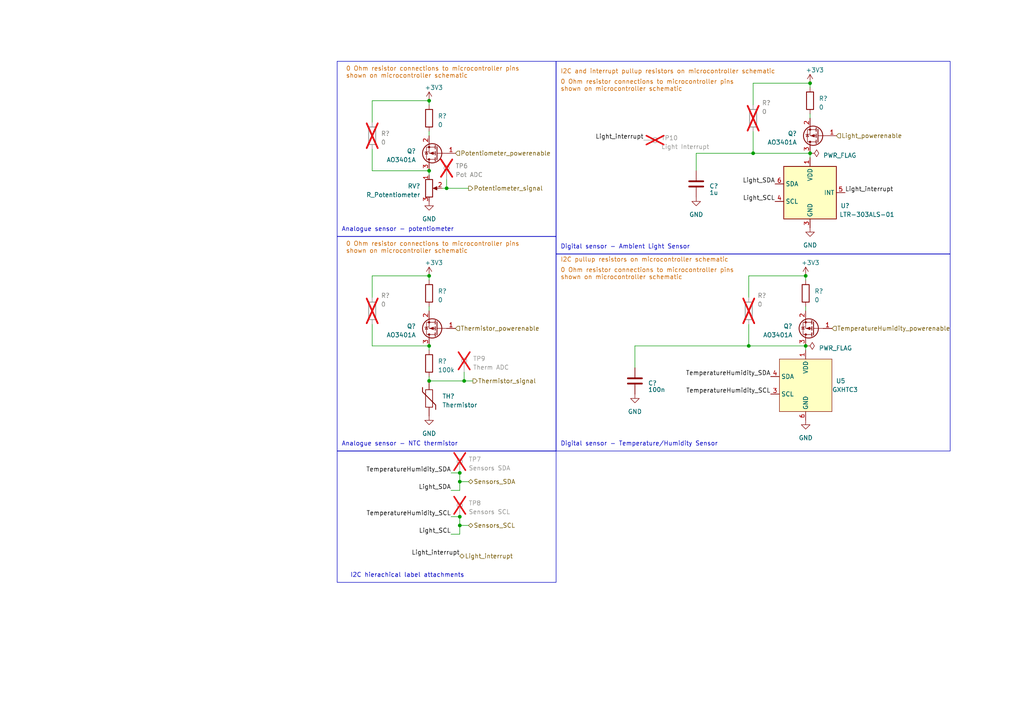
<source format=kicad_sch>
(kicad_sch (version 20230121) (generator eeschema)
  (paper "A4")
  (title_block (title "Sensors Subsystem Schematic") (date "2023-03-11") (rev "0.4") (company "UCT") (comment 1 "Author: Robert Dugmore") (comment 2 "Shows the electrical interfaces of the sensor submodules"))
  (lib_symbols
    (symbol "Connector:TestPoint" (pin_numbers hide) (pin_names (offset 0.762) hide)
      (property "Reference" "TP" (at 0 6.858 0))
      (property "Value" "TestPoint" (at 0 5.08 0))
      (symbol "TestPoint_0_1"
        (circle (center 0 3.302) (radius 0.762))
      )
      (symbol "TestPoint_1_1"
        (pin passive line (at 0 0 90) (length 2.54) (name "1") (number "1"))
      )
    )
    (symbol "Device:C" (pin_numbers hide) (pin_names (offset 0.254))
      (property "Reference" "C" (at 0.635 2.54 0))
      (property "Value" "C" (at 0.635 -2.54 0))
      (symbol "C_0_1"
        (polyline (pts (xy -2.032 -0.762) (xy 2.032 -0.762)) (stroke (width 0.508)))
        (polyline (pts (xy -2.032 0.762) (xy 2.032 0.762)) (stroke (width 0.508)))
      )
      (symbol "C_1_1"
        (pin passive line (at 0 3.81 270) (length 2.794) (name "~") (number "1"))
        (pin passive line (at 0 -3.81 90) (length 2.794) (name "~") (number "2"))
      )
    )
    (symbol "Device:R" (pin_numbers hide) (pin_names (offset 0))
      (property "Reference" "R" (at 2.032 0 90))
      (property "Value" "R" (at 0 0 90))
      (symbol "R_0_1"
        (rectangle (start -1.016 -2.54) (end 1.016 2.54) (stroke (width 0.254)))
      )
      (symbol "R_1_1"
        (pin passive line (at 0 3.81 270) (length 1.27) (name "~") (number "1"))
        (pin passive line (at 0 -3.81 90) (length 1.27) (name "~") (number "2"))
      )
    )
    (symbol "Device:R_Potentiometer" (pin_names (offset 1.016) hide)
      (property "Reference" "RV" (at -4.445 0 90))
      (property "Value" "R_Potentiometer" (at -2.54 0 90))
      (symbol "R_Potentiometer_0_1"
        (polyline (pts (xy 2.54 0) (xy 1.524 0)))
        (polyline (pts (xy 1.143 0) (xy 2.286 0.508) (xy 2.286 -0.508) (xy 1.143 0)) (fill (type outline)))
        (rectangle (start 1.016 2.54) (end -1.016 -2.54) (stroke (width 0.254)))
      )
      (symbol "R_Potentiometer_1_1"
        (pin passive line (at 0 3.81 270) (length 1.27) (name "1") (number "1"))
        (pin passive line (at 3.81 0 180) (length 1.27) (name "2") (number "2"))
        (pin passive line (at 0 -3.81 90) (length 1.27) (name "3") (number "3"))
      )
    )
    (symbol "Device:Thermistor" (pin_numbers hide) (pin_names (offset 0))
      (property "Reference" "TH" (at 2.54 1.27 90))
      (property "Value" "Thermistor" (at -2.54 0 90))
      (symbol "Thermistor_0_1"
        (rectangle (start -1.016 2.54) (end 1.016 -2.54) (stroke (width 0.2032)))
        (polyline (pts (xy -1.905 3.175) (xy -1.905 1.905) (xy 1.905 -1.905) (xy 1.905 -3.175) (xy 1.905 -3.175)) (stroke (width 0.254)))
      )
      (symbol "Thermistor_1_1"
        (pin passive line (at 0 5.08 270) (length 2.54) (name "~") (number "1"))
        (pin passive line (at 0 -5.08 90) (length 2.54) (name "~") (number "2"))
      )
    )
    (symbol "Sensor_Optical:LTR-303ALS-01"
      (property "Reference" "U" (at -7.62 8.89 0))
      (property "Value" "LTR-303ALS-01" (at 1.27 8.89 0))
      (symbol "LTR-303ALS-01_0_1"
        (rectangle (start -7.62 7.62) (end 7.62 -7.62) (stroke (width 0.254)) (fill (type background)))
      )
      (symbol "LTR-303ALS-01_1_1"
        (pin power_in line (at 0 10.16 270) (length 2.54) (name "VDD") (number "1"))
        (pin no_connect line (at 2.54 0 180) (length 2.54) hide (name "NC") (number "2"))
        (pin power_in line (at 0 -10.16 90) (length 2.54) (name "GND") (number "3"))
        (pin input line (at -10.16 -2.54 0) (length 2.54) (name "SCL") (number "4"))
        (pin open_collector line (at 10.16 0 180) (length 2.54) (name "INT") (number "5"))
        (pin bidirectional line (at -10.16 2.54 0) (length 2.54) (name "SDA") (number "6"))
      )
    )
    (symbol "Transistor_FET:AO3401A" (pin_names hide)
      (property "Reference" "Q" (at 5.08 1.905 0))
      (property "Value" "AO3401A" (at 5.08 0 0))
      (symbol "AO3401A_0_1"
        (polyline (pts (xy 0.254 0) (xy -2.54 0)))
        (polyline (pts (xy 0.254 1.905) (xy 0.254 -1.905)) (stroke (width 0.254)))
        (polyline (pts (xy 0.762 -1.27) (xy 0.762 -2.286)) (stroke (width 0.254)))
        (polyline (pts (xy 0.762 0.508) (xy 0.762 -0.508)) (stroke (width 0.254)))
        (polyline (pts (xy 0.762 2.286) (xy 0.762 1.27)) (stroke (width 0.254)))
        (polyline (pts (xy 2.54 2.54) (xy 2.54 1.778)))
        (polyline (pts (xy 2.54 -2.54) (xy 2.54 0) (xy 0.762 0)))
        (polyline (pts (xy 0.762 1.778) (xy 3.302 1.778) (xy 3.302 -1.778) (xy 0.762 -1.778)))
        (polyline (pts (xy 2.286 0) (xy 1.27 0.381) (xy 1.27 -0.381) (xy 2.286 0)) (fill (type outline)))
        (polyline (pts (xy 2.794 -0.508) (xy 2.921 -0.381) (xy 3.683 -0.381) (xy 3.81 -0.254)))
        (polyline (pts (xy 3.302 -0.381) (xy 2.921 0.254) (xy 3.683 0.254) (xy 3.302 -0.381)))
        (circle (center 1.651 0) (radius 2.794) (stroke (width 0.254)))
        (circle (center 2.54 -1.778) (radius 0.254) (fill (type outline)))
        (circle (center 2.54 1.778) (radius 0.254) (fill (type outline)))
      )
      (symbol "AO3401A_1_1"
        (pin input line (at -5.08 0 0) (length 2.54) (name "G") (number "1"))
        (pin passive line (at 2.54 -5.08 90) (length 2.54) (name "S") (number "2"))
        (pin passive line (at 2.54 5.08 270) (length 2.54) (name "D") (number "3"))
      )
    )
    (symbol "power:+3V3" (power) (pin_names (offset 0))
      (property "Value" "+3V3" (at 0 3.556 0))
      (symbol "+3V3_0_1"
        (polyline (pts (xy -0.762 1.27) (xy 0 2.54)))
        (polyline (pts (xy 0 0) (xy 0 2.54)))
        (polyline (pts (xy 0 2.54) (xy 0.762 1.27)))
      )
      (symbol "+3V3_1_1"
        (pin power_in line (at 0 0 90) (length 0) hide (name "+3V3") (number "1"))
      )
    )
    (symbol "power:GND" (power) (pin_names (offset 0))
      (property "Value" "GND" (at 0 -3.81 0))
      (symbol "GND_0_1"
        (polyline (pts (xy 0 0) (xy 0 -1.27) (xy 1.27 -1.27) (xy 0 -2.54) (xy -1.27 -1.27) (xy 0 -1.27)))
      )
      (symbol "GND_1_1"
        (pin power_in line (at 0 0 270) (length 0) hide (name "GND") (number "1"))
      )
    )
    (symbol "power:PWR_FLAG" (power) (pin_numbers hide) (pin_names (offset 0) hide)
      (property "Value" "PWR_FLAG" (at 0 3.81 0))
      (symbol "PWR_FLAG_0_0"
        (pin power_out line (at 0 0 90) (length 0) (name "pwr") (number "1"))
      )
      (symbol "PWR_FLAG_0_1"
        (polyline (pts (xy 0 0) (xy 0 1.27) (xy -1.016 1.905) (xy 0 2.54) (xy 1.016 1.905) (xy 0 1.27)))
      )
    )
    (symbol "sensor_components_library:GXHTC3"
      (property "Reference" "U" (at 8.89 -2.54 0))
      (property "Value" "GXHTC3" (at 11.43 -5.08 0))
      (symbol "GXHTC3_0_0"
        (text "" (at 7.62 -2.54 0) (effects (font (size 1.27 1.27))))
      )
      (symbol "GXHTC3_1_1"
        (rectangle (start -7.62 7.62) (end 7.62 -7.62) (fill (type background)))
        (pin power_in line (at 0 10.16 270) (length 2.54) (name "VDD") (number "1"))
        (pin no_connect line (at 10.16 5.08 180) (length 2.54) hide (name "NC") (number "2"))
        (pin bidirectional line (at -10.16 -2.54 0) (length 2.54) (name "SCL") (number "3"))
        (pin bidirectional line (at -10.16 2.54 0) (length 2.54) (name "SDA") (number "4"))
        (pin no_connect line (at 10.16 1.27 180) (length 2.54) hide (name "NC") (number "5"))
        (pin power_in line (at 0 -10.16 90) (length 2.54) (name "GND") (number "6"))
      )
    )
  )
  (junction (at 124.46 49.53))
  (junction (at 124.46 80.01))
  (junction (at 133.35 152.4))
  (junction (at 234.95 44.45))
  (junction (at 124.46 100.33))
  (junction (at 129.54 54.61))
  (junction (at 233.68 80.01))
  (junction (at 133.35 139.7))
  (junction (at 233.68 100.33))
  (junction (at 217.17 100.33))
  (junction (at 124.46 29.21))
  (junction (at 218.44 44.45))
  (junction (at 133.35 149.86))
  (junction (at 124.46 110.49))
  (junction (at 133.35 137.16))
  (junction (at 134.62 110.49))
  (junction (at 234.95 24.13))
  (wire (pts (xy 218.44 24.13) (xy 218.44 30.48)))
  (wire (pts (xy 124.46 109.22) (xy 124.46 110.49)))
  (wire (pts (xy 107.95 80.01) (xy 107.95 86.36)))
  (wire (pts (xy 217.17 80.01) (xy 217.17 86.36)))
  (wire (pts (xy 217.17 80.01) (xy 233.68 80.01)))
  (wire (pts (xy 218.44 44.45) (xy 218.44 38.1)))
  (wire (pts (xy 107.95 49.53) (xy 107.95 43.18)))
  (wire (pts (xy 184.15 100.33) (xy 184.15 106.68)))
  (wire (pts (xy 107.95 29.21) (xy 124.46 29.21)))
  (wire (pts (xy 130.81 137.16) (xy 133.35 137.16)))
  (wire (pts (xy 234.95 24.13) (xy 234.95 25.4)))
  (wire (pts (xy 217.17 100.33) (xy 184.15 100.33)))
  (wire (pts (xy 124.46 29.21) (xy 124.46 30.48)))
  (wire (pts (xy 133.35 139.7) (xy 133.35 142.24)))
  (wire (pts (xy 218.44 44.45) (xy 201.93 44.45)))
  (wire (pts (xy 233.68 88.9) (xy 233.68 90.17)))
  (wire (pts (xy 134.62 107.95) (xy 134.62 110.49)))
  (wire (pts (xy 234.95 44.45) (xy 234.95 45.72)))
  (wire (pts (xy 107.95 100.33) (xy 107.95 93.98)))
  (wire (pts (xy 201.93 44.45) (xy 201.93 49.53)))
  (wire (pts (xy 133.35 139.7) (xy 133.35 137.16)))
  (wire (pts (xy 218.44 24.13) (xy 234.95 24.13)))
  (wire (pts (xy 217.17 100.33) (xy 217.17 93.98)))
  (wire (pts (xy 133.35 154.94) (xy 133.35 152.4)))
  (wire (pts (xy 129.54 54.61) (xy 135.89 54.61)))
  (wire (pts (xy 124.46 38.1) (xy 124.46 39.37)))
  (wire (pts (xy 130.81 149.86) (xy 133.35 149.86)))
  (wire (pts (xy 129.54 54.61) (xy 128.27 54.61)))
  (wire (pts (xy 133.35 142.24) (xy 130.81 142.24)))
  (wire (pts (xy 134.62 110.49) (xy 137.16 110.49)))
  (wire (pts (xy 218.44 44.45) (xy 234.95 44.45)))
  (wire (pts (xy 107.95 100.33) (xy 124.46 100.33)))
  (wire (pts (xy 129.54 52.07) (xy 129.54 54.61)))
  (wire (pts (xy 107.95 29.21) (xy 107.95 35.56)))
  (wire (pts (xy 135.89 139.7) (xy 133.35 139.7)))
  (wire (pts (xy 124.46 110.49) (xy 134.62 110.49)))
  (wire (pts (xy 124.46 80.01) (xy 124.46 81.28)))
  (wire (pts (xy 233.68 80.01) (xy 233.68 81.28)))
  (wire (pts (xy 234.95 33.02) (xy 234.95 34.29)))
  (wire (pts (xy 133.35 152.4) (xy 135.89 152.4)))
  (wire (pts (xy 217.17 100.33) (xy 233.68 100.33)))
  (wire (pts (xy 107.95 80.01) (xy 124.46 80.01)))
  (wire (pts (xy 124.46 100.33) (xy 124.46 101.6)))
  (wire (pts (xy 233.68 100.33) (xy 233.68 101.6)))
  (wire (pts (xy 124.46 49.53) (xy 124.46 50.8)))
  (wire (pts (xy 124.46 88.9) (xy 124.46 90.17)))
  (wire (pts (xy 130.81 154.94) (xy 133.35 154.94)))
  (wire (pts (xy 107.95 49.53) (xy 124.46 49.53)))
  (wire (pts (xy 133.35 149.86) (xy 133.35 152.4)))
  (rectangle (start 97.79 130.81) (end 161.29 168.91))
  (rectangle (start 97.79 17.78) (end 161.29 68.58))
  (rectangle (start 97.79 68.58) (end 161.29 130.81))
  (rectangle (start 161.29 17.78) (end 275.59 73.66))
  (rectangle (start 161.29 73.66) (end 275.59 130.81))
  (text "Digital sensor - Ambient Light Sensor" (at 162.56 72.39 0) (effects (font (size 1.27 1.27)) (justify left bottom)))
  (text "0 Ohm resistor connections to microcontroller pins\nshown on microcontroller schematic" (at 162.56 81.28 0) (effects (font (size 1.27 1.27)) (justify left bottom)))
  (text "I2C hierachical label attachments" (at 101.6 167.64 0) (effects (font (size 1.27 1.27)) (justify left bottom)))
  (text "Analogue sensor - NTC thermistor" (at 99.06 129.54 0) (effects (font (size 1.27 1.27)) (justify left bottom)))
  (text "I2C pullup resistors on microcontroller schematic" (at 162.56 76.2 0) (effects (font (size 1.27 1.27)) (justify left bottom)))
  (text "I2C and interrupt pullup resistors on microcontroller schematic" (at 162.56 21.59 0) (effects (font (size 1.27 1.27)) (justify left bottom)))
  (text "0 Ohm resistor connections to microcontroller pins\nshown on microcontroller schematic" (at 162.56 26.67 0) (effects (font (size 1.27 1.27)) (justify left bottom)))
  (text "Analogue sensor - potentiometer" (at 99.06 67.31 0) (effects (font (size 1.27 1.27)) (justify left bottom)))
  (text "0 Ohm resistor connections to microcontroller pins\nshown on microcontroller schematic" (at 100.33 73.66 0) (effects (font (size 1.27 1.27)) (justify left bottom)))
  (text "Digital sensor - Temperature/Humidity Sensor" (at 162.56 129.54 0) (effects (font (size 1.27 1.27)) (justify left bottom)))
  (text "0 Ohm resistor connections to microcontroller pins\nshown on microcontroller schematic" (at 100.33 22.86 0) (effects (font (size 1.27 1.27)) (justify left bottom)))
  (label "TemperatureHumidity_SDA" (at 130.81 137.16 180))
  (label "Light_interrupt" (at 186.69 40.64 180))
  (label "Light_SCL" (at 224.79 58.42 180))
  (label "Light_SCL" (at 130.81 154.94 180))
  (label "Light_SDA" (at 224.79 53.34 180))
  (label "Light_interrupt" (at 133.35 161.29 180))
  (label "Light_SDA" (at 130.81 142.24 180))
  (label "TemperatureHumidity_SDA" (at 223.52 109.22 180))
  (label "TemperatureHumidity_SCL" (at 223.52 114.3 180))
  (label "TemperatureHumidity_SCL" (at 130.81 149.86 180))
  (label "Light_interrupt" (at 245.11 55.88 0))
  (hierarchical_label "Sensors_SCL" (shape bidirectional) (at 135.89 152.4 0))
  (hierarchical_label "Thermistor_signal" (shape output) (at 137.16 110.49 0))
  (hierarchical_label "Potentiometer_signal" (shape output) (at 135.89 54.61 0))
  (hierarchical_label "Light_powerenable" (shape input) (at 242.57 39.37 0))
  (hierarchical_label "Light_interrupt" (shape bidirectional) (at 133.35 161.29 0))
  (hierarchical_label "Sensors_SDA" (shape bidirectional) (at 135.89 139.7 0))
  (hierarchical_label "Thermistor_powerenable" (shape input) (at 132.08 95.25 0))
  (hierarchical_label "TemperatureHumidity_powerenable" (shape input) (at 241.3 95.25 0))
  (hierarchical_label "Potentiometer_powerenable" (shape input) (at 132.08 44.45 0))
  (symbol (lib_id "Connector:TestPoint") (at 133.35 149.86 0) (unit 1) (in_bom no) (on_board no) (dnp yes)
    (property "Reference" "TP8" (at 135.89 145.923 0) (effects (justify left)))
    (property "Value" "Sensors SCL" (at 135.89 148.463 0) (effects (justify left)))
    (property "Footprint" "CustomFootprints:Testpoint" (effects hide))
    (property "Extended Part Cost" "0" (effects hide))
    (property "cost per unit" "0" (effects hide))
    (property "DNF" "X" (effects hide))
  )
  (symbol (lib_id "power:PWR_FLAG") (at 234.95 44.45 270) (unit 1)
    (property "Reference" "#FLG06" (effects hide))
    (property "Value" "PWR_FLAG" (at 238.76 45.085 90) (effects (justify left)))
  )
  (symbol (lib_id "power:GND") (at 184.15 114.3 0) (unit 1)
    (property "Reference" "#PWR?" (effects hide))
    (property "Value" "GND" (at 184.15 119.38 0))
  )
  (symbol (lib_id "power:+3V3") (at 234.95 24.13 0) (unit 1)
    (property "Reference" "#PWR?" (effects hide))
    (property "Value" "+3V3" (at 233.68 20.32 0) (effects (justify left)))
    (instances (project "EEE3088F_CKR" (path "" (reference "#PWR?") (unit 1)) (path "" (reference "#PWR028") (unit 1))))
  )
  (symbol (lib_id "Connector:TestPoint") (at 186.69 40.64 270) (unit 1) (in_bom no) (on_board no) (dnp yes)
    (property "Reference" "TP10" (at 191.77 40.005 90) (effects (justify left)))
    (property "Value" "Light Interrupt" (at 191.77 42.545 90) (effects (justify left)))
    (property "Footprint" "CustomFootprints:Testpoint" (effects hide))
    (property "Extended Part Cost" "0" (effects hide))
    (property "cost per unit" "0" (effects hide))
    (property "DNF" "X" (effects hide))
  )
  (symbol (lib_id "Connector:TestPoint") (at 133.35 137.16 0) (unit 1) (in_bom no) (on_board no) (dnp yes)
    (property "Reference" "TP7" (at 135.89 133.223 0) (effects (justify left)))
    (property "Value" "Sensors SDA" (at 135.89 135.763 0) (effects (justify left)))
    (property "Footprint" "CustomFootprints:Testpoint" (effects hide))
    (property "Extended Part Cost" "0" (effects hide))
    (property "cost per unit" "0" (effects hide))
    (property "DNF" "X" (effects hide))
  )
  (symbol (lib_id "Transistor_FET:AO3401A") (at 236.22 95.25 180) (unit 1)
    (property "Reference" "Q?" (at 229.87 94.615 0) (effects (justify left)))
    (property "Value" "AO3401A" (at 229.87 97.155 0) (effects (justify left)))
    (property "Footprint" "JLCPartFootprints:SOT-23_L2.9-W1.3-P1.90-LS2.4-BR" (effects hide))
    (property "Datasheet" "http://www.aosmd.com/pdfs/datasheet/AO3401A.pdf" (effects hide))
    (property "Extended Part Cost" "0" (effects hide))
    (property "JLC code" "C15127" (effects hide))
    (property "Part name" "AO3401A" (effects hide))
    (property "cost per unit" "0,07965" (effects hide))
    (property "JLCPCB Part #" "C15127" (effects hide))
    (instances (project "EEE3088F_CKR" (path "" (reference "Q?") (unit 1)) (path "" (reference "Q7") (unit 1))) (project "power" (path "" (reference "Q?") (unit 1))))
  )
  (symbol (lib_id "power:GND") (at 201.93 57.15 0) (unit 1)
    (property "Reference" "#PWR?" (effects hide))
    (property "Value" "GND" (at 201.93 62.23 0))
  )
  (symbol (lib_id "Connector:TestPoint") (at 129.54 52.07 0) (unit 1) (in_bom no) (on_board no) (dnp yes)
    (property "Reference" "TP6" (at 132.08 48.133 0) (effects (justify left)))
    (property "Value" "Pot ADC" (at 132.08 50.673 0) (effects (justify left)))
    (property "Footprint" "CustomFootprints:Testpoint" (effects hide))
    (property "Extended Part Cost" "0" (effects hide))
    (property "cost per unit" "0" (effects hide))
    (property "DNF" "X" (effects hide))
  )
  (symbol (lib_id "power:GND") (at 234.95 66.04 0) (unit 1)
    (property "Reference" "#PWR?" (effects hide))
    (property "Value" "GND" (at 234.95 71.12 0))
  )
  (symbol (lib_id "Device:R") (at 234.95 29.21 180) (unit 1)
    (property "Reference" "R?" (at 237.49 28.575 0) (effects (justify right)))
    (property "Value" "0" (at 237.49 31.115 0) (effects (justify right)))
    (property "Footprint" "JLCPartFootprints:R0603" (effects hide))
    (property "Extended Part Cost" "0" (effects hide))
    (property "JLC code" "C21189" (effects hide))
    (property "Part name" "0603WAF0000T5E" (effects hide))
    (property "cost per unit" "0,0010" (effects hide))
    (property "JLCPCB Part #" "C21189" (effects hide))
    (instances (project "EEE3088F_CKR" (path "" (reference "R?") (unit 1)) (path "" (reference "R32") (unit 1))) (project "power" (path "" (reference "R?") (unit 1))))
  )
  (symbol (lib_id "power:+3V3") (at 233.68 80.01 0) (unit 1)
    (property "Reference" "#PWR?" (effects hide))
    (property "Value" "+3V3" (at 232.41 76.2 0) (effects (justify left)))
    (instances (project "EEE3088F_CKR" (path "" (reference "#PWR?") (unit 1)) (path "" (reference "#PWR026") (unit 1))))
  )
  (symbol (lib_id "Transistor_FET:AO3401A") (at 127 95.25 180) (unit 1)
    (property "Reference" "Q?" (at 120.65 94.615 0) (effects (justify left)))
    (property "Value" "AO3401A" (at 120.65 97.155 0) (effects (justify left)))
    (property "Footprint" "JLCPartFootprints:SOT-23_L2.9-W1.3-P1.90-LS2.4-BR" (effects hide))
    (property "Datasheet" "http://www.aosmd.com/pdfs/datasheet/AO3401A.pdf" (effects hide))
    (property "Extended Part Cost" "0" (effects hide))
    (property "JLC code" "C15127" (effects hide))
    (property "Part name" "AO3401A" (effects hide))
    (property "cost per unit" "0,07965" (effects hide))
    (property "JLCPCB Part #" "C15127" (effects hide))
    (instances (project "EEE3088F_CKR" (path "" (reference "Q?") (unit 1)) (path "" (reference "Q6") (unit 1))) (project "power" (path "" (reference "Q?") (unit 1))))
  )
  (symbol (lib_id "Device:R") (at 124.46 105.41 180) (unit 1)
    (property "Reference" "R?" (at 127 104.775 0) (effects (justify right)))
    (property "Value" "100k" (at 127 107.315 0) (effects (justify right)))
    (property "Footprint" "JLCPartFootprints:R1206" (effects hide))
    (property "Extended Part Cost" "0" (effects hide))
    (property "JLC code" "C17900" (effects hide))
    (property "Part name" "1206W4F1003T5E" (effects hide))
    (property "cost per unit" "0,0031" (effects hide))
    (property "JLCPCB Part #" "C17900" (effects hide))
  )
  (symbol (lib_id "Device:R") (at 233.68 85.09 180) (unit 1)
    (property "Reference" "R?" (at 236.22 84.455 0) (effects (justify right)))
    (property "Value" "0" (at 236.22 86.995 0) (effects (justify right)))
    (property "Footprint" "JLCPartFootprints:R0603" (effects hide))
    (property "Extended Part Cost" "0" (effects hide))
    (property "JLC code" "C21189" (effects hide))
    (property "Part name" "0603WAF0000T5E" (effects hide))
    (property "cost per unit" "0,0010" (effects hide))
    (property "JLCPCB Part #" "C21189" (effects hide))
    (instances (project "EEE3088F_CKR" (path "" (reference "R?") (unit 1)) (path "" (reference "R31") (unit 1))) (project "power" (path "" (reference "R?") (unit 1))))
  )
  (symbol (lib_id "Device:R") (at 124.46 85.09 180) (unit 1)
    (property "Reference" "R?" (at 127 84.455 0) (effects (justify right)))
    (property "Value" "0" (at 127 86.995 0) (effects (justify right)))
    (property "Footprint" "JLCPartFootprints:R0603" (effects hide))
    (property "Extended Part Cost" "0" (effects hide))
    (property "JLC code" "C21189" (effects hide))
    (property "Part name" "0603WAF0000T5E" (effects hide))
    (property "cost per unit" "0,0010" (effects hide))
    (property "JLCPCB Part #" "C21189" (effects hide))
    (instances (project "EEE3088F_CKR" (path "" (reference "R?") (unit 1)) (path "" (reference "R27") (unit 1))) (project "power" (path "" (reference "R?") (unit 1))))
  )
  (symbol (lib_id "power:PWR_FLAG") (at 233.68 100.33 270) (unit 1)
    (property "Reference" "#FLG05" (effects hide))
    (property "Value" "PWR_FLAG" (at 237.49 100.965 90) (effects (justify left)))
  )
  (symbol (lib_id "power:GND") (at 124.46 120.65 0) (unit 1)
    (property "Reference" "#PWR?" (effects hide))
    (property "Value" "GND" (at 124.46 125.73 0))
  )
  (symbol (lib_id "Transistor_FET:AO3401A") (at 237.49 39.37 180) (unit 1)
    (property "Reference" "Q?" (at 231.14 38.735 0) (effects (justify left)))
    (property "Value" "AO3401A" (at 231.14 41.275 0) (effects (justify left)))
    (property "Footprint" "JLCPartFootprints:SOT-23_L2.9-W1.3-P1.90-LS2.4-BR" (effects hide))
    (property "Datasheet" "http://www.aosmd.com/pdfs/datasheet/AO3401A.pdf" (effects hide))
    (property "Extended Part Cost" "0" (effects hide))
    (property "JLC code" "C15127" (effects hide))
    (property "Part name" "AO3401A" (effects hide))
    (property "cost per unit" "0,07965" (effects hide))
    (property "JLCPCB Part #" "C15127" (effects hide))
    (instances (project "EEE3088F_CKR" (path "" (reference "Q?") (unit 1)) (path "" (reference "Q8") (unit 1))) (project "power" (path "" (reference "Q?") (unit 1))))
  )
  (symbol (lib_id "Connector:TestPoint") (at 134.62 107.95 0) (unit 1) (in_bom no) (on_board no) (dnp yes)
    (property "Reference" "TP9" (at 137.16 104.013 0) (effects (justify left)))
    (property "Value" "Therm ADC" (at 137.16 106.553 0) (effects (justify left)))
    (property "Footprint" "CustomFootprints:Testpoint" (effects hide))
    (property "Extended Part Cost" "0" (effects hide))
    (property "cost per unit" "0" (effects hide))
    (property "DNF" "X" (effects hide))
  )
  (symbol (lib_id "Device:R") (at 217.17 90.17 180) (unit 1) (in_bom no) (on_board no) (dnp yes)
    (property "Reference" "R?" (at 219.71 85.725 0) (effects (justify right)))
    (property "Value" "0" (at 219.71 88.265 0) (effects (justify right)))
    (property "Footprint" "JLCPartFootprints:R0603" (effects hide))
    (property "Extended Part Cost" "0" (effects hide))
    (property "JLC code" "C21189" (effects hide))
    (property "Part name" "0603WAF0000T5E" (effects hide))
    (property "cost per unit" "0,0010" (effects hide))
    (property "JLCPCB Part #" "C21189" (effects hide))
    (instances (project "EEE3088F_CKR" (path "" (reference "R?") (unit 1)) (path "" (reference "R29") (unit 1))) (project "power" (path "" (reference "R?") (unit 1))))
  )
  (symbol (lib_id "power:GND") (at 124.46 58.42 0) (unit 1)
    (property "Reference" "#PWR?" (effects hide))
    (property "Value" "GND" (at 124.46 63.5 0))
  )
  (symbol (lib_id "Device:R") (at 218.44 34.29 180) (unit 1) (in_bom no) (on_board no) (dnp yes)
    (property "Reference" "R?" (at 220.98 29.845 0) (effects (justify right)))
    (property "Value" "0" (at 220.98 32.385 0) (effects (justify right)))
    (property "Footprint" "JLCPartFootprints:R0603" (effects hide))
    (property "Extended Part Cost" "0" (effects hide))
    (property "JLC code" "C21189" (effects hide))
    (property "Part name" "0603WAF0000T5E" (effects hide))
    (property "cost per unit" "0,0010" (effects hide))
    (property "JLCPCB Part #" "C21189" (effects hide))
    (instances (project "EEE3088F_CKR" (path "" (reference "R?") (unit 1)) (path "" (reference "R30") (unit 1))) (project "power" (path "" (reference "R?") (unit 1))))
  )
  (symbol (lib_id "power:GND") (at 233.68 121.92 0) (unit 1)
    (property "Reference" "#PWR?" (effects hide))
    (property "Value" "GND" (at 233.68 127 0))
  )
  (symbol (lib_id "Device:C") (at 201.93 53.34 0) (unit 1)
    (property "Reference" "C?" (at 205.74 53.975 0) (effects (justify left)))
    (property "Value" "1u" (at 205.74 55.88 0) (effects (justify left)))
    (property "Footprint" "JLCPartFootprints:C0402" (effects hide))
    (property "Extended Part Cost" "0" (effects hide))
    (property "JLC code" "C52923" (effects hide))
    (property "Part name" "CL05A105KA5NQNC" (effects hide))
    (property "cost per unit" "0,0039" (effects hide))
    (property "JLCPCB Part #" "C52923" (effects hide))
  )
  (symbol (lib_id "Device:R") (at 107.95 90.17 180) (unit 1) (in_bom no) (on_board no) (dnp yes)
    (property "Reference" "R?" (at 110.49 85.725 0) (effects (justify right)))
    (property "Value" "0" (at 110.49 88.265 0) (effects (justify right)))
    (property "Footprint" "JLCPartFootprints:R0603" (effects hide))
    (property "Extended Part Cost" "0" (effects hide))
    (property "JLC code" "C21189" (effects hide))
    (property "Part name" "0603WAF0000T5E" (effects hide))
    (property "cost per unit" "0,0010" (effects hide))
    (property "JLCPCB Part #" "C21189" (effects hide))
    (instances (project "EEE3088F_CKR" (path "" (reference "R?") (unit 1)) (path "" (reference "R25") (unit 1))) (project "power" (path "" (reference "R?") (unit 1))))
  )
  (symbol (lib_id "Device:R_Potentiometer") (at 124.46 54.61 0) (unit 1)
    (property "Reference" "RV?" (at 121.92 53.975 0) (effects (justify right)))
    (property "Value" "R_Potentiometer" (at 121.92 56.515 0) (effects (justify right)))
    (property "Footprint" "JLCPartFootprints:RES-ADJ-TH_RK09K1130AJ3" (effects hide))
    (property "Extended Part Cost" "3" (effects hide))
    (property "JLC code" "C388854" (effects hide))
    (property "Part name" "RK09K1130AJ3" (effects hide))
    (property "cost per unit" "0,5956" (effects hide))
    (property "JLCPCB Part #" "C388854" (effects hide))
  )
  (symbol (lib_id "Device:C") (at 184.15 110.49 0) (unit 1)
    (property "Reference" "C?" (at 187.96 111.125 0) (effects (justify left)))
    (property "Value" "100n" (at 187.96 113.03 0) (effects (justify left)))
    (property "Footprint" "JLCPartFootprints:C0402" (effects hide))
    (property "Extended Part Cost" "0" (effects hide))
    (property "JLC code" "C1525" (effects hide))
    (property "Part name" "CL05B104KO5NNNC" (effects hide))
    (property "cost per unit" "0.0011" (effects hide))
    (property "JLCPCB Part #" "C1525" (effects hide))
  )
  (symbol (lib_id "Sensor_Optical:LTR-303ALS-01") (at 234.95 55.88 0) (unit 1)
    (property "Reference" "U?" (at 245.11 59.69 0))
    (property "Value" "LTR-303ALS-01" (at 251.46 62.23 0))
    (property "Footprint" "JLCPartFootprints:SOT-363_L2.0-W1.3-P0.65-LS2.1-BL" (effects hide))
    (property "Datasheet" "http://optoelectronics.liteon.com/upload/download/DS86-2013-0004/LTR-303ALS-01_DS_V1.pdf" (effects hide))
    (property "Extended Part Cost" "3" (effects hide))
    (property "JLC code" "C364577" (effects hide))
    (property "Part name" "LTR-303ALS-01" (effects hide))
    (property "cost per unit" "0,3762" (effects hide))
    (property "JLCPCB Part #" "C364577" (effects hide))
  )
  (symbol (lib_id "power:+3V3") (at 124.46 29.21 0) (unit 1)
    (property "Reference" "#PWR?" (effects hide))
    (property "Value" "+3V3" (at 123.19 25.4 0) (effects (justify left)))
    (instances (project "EEE3088F_CKR" (path "" (reference "#PWR?") (unit 1)) (path "" (reference "#PWR020") (unit 1))))
  )
  (symbol (lib_id "Device:R") (at 124.46 34.29 180) (unit 1)
    (property "Reference" "R?" (at 127 33.655 0) (effects (justify right)))
    (property "Value" "0" (at 127 36.195 0) (effects (justify right)))
    (property "Footprint" "JLCPartFootprints:R0603" (effects hide))
    (property "Extended Part Cost" "0" (effects hide))
    (property "JLC code" "C21189" (effects hide))
    (property "Part name" "0603WAF0000T5E" (effects hide))
    (property "cost per unit" "0,0010" (effects hide))
    (property "JLCPCB Part #" "C21189" (effects hide))
    (instances (project "EEE3088F_CKR" (path "" (reference "R?") (unit 1)) (path "" (reference "R26") (unit 1))) (project "power" (path "" (reference "R?") (unit 1))))
  )
  (symbol (lib_id "power:+3V3") (at 124.46 80.01 0) (unit 1)
    (property "Reference" "#PWR?" (effects hide))
    (property "Value" "+3V3" (at 123.19 76.2 0) (effects (justify left)))
    (instances (project "EEE3088F_CKR" (path "" (reference "#PWR?") (unit 1)) (path "" (reference "#PWR022") (unit 1))))
  )
  (symbol (lib_id "Device:R") (at 107.95 39.37 180) (unit 1) (in_bom no) (on_board no) (dnp yes)
    (property "Reference" "R?" (at 110.49 38.735 0) (effects (justify right)))
    (property "Value" "0" (at 110.49 41.275 0) (effects (justify right)))
    (property "Footprint" "JLCPartFootprints:R0603" (effects hide))
    (property "Extended Part Cost" "0" (effects hide))
    (property "JLC code" "C21189" (effects hide))
    (property "Part name" "0603WAF0000T5E" (effects hide))
    (property "cost per unit" "0,0010" (effects hide))
    (property "JLCPCB Part #" "C21189" (effects hide))
    (instances (project "EEE3088F_CKR" (path "" (reference "R?") (unit 1)) (path "" (reference "R24") (unit 1))) (project "power" (path "" (reference "R?") (unit 1))))
  )
  (symbol (lib_id "Transistor_FET:AO3401A") (at 127 44.45 180) (unit 1)
    (property "Reference" "Q?" (at 120.65 43.815 0) (effects (justify left)))
    (property "Value" "AO3401A" (at 120.65 46.355 0) (effects (justify left)))
    (property "Footprint" "JLCPartFootprints:SOT-23_L2.9-W1.3-P1.90-LS2.4-BR" (effects hide))
    (property "Datasheet" "http://www.aosmd.com/pdfs/datasheet/AO3401A.pdf" (effects hide))
    (property "Extended Part Cost" "0" (effects hide))
    (property "JLC code" "C15127" (effects hide))
    (property "Part name" "AO3401A" (effects hide))
    (property "cost per unit" "0,07965" (effects hide))
    (property "JLCPCB Part #" "C15127" (effects hide))
    (instances (project "EEE3088F_CKR" (path "" (reference "Q?") (unit 1)) (path "" (reference "Q5") (unit 1))) (project "power" (path "" (reference "Q?") (unit 1))))
  )
  (symbol (lib_id "sensor_components_library:GXHTC3") (at 233.68 111.76 0) (unit 1)
    (property "Reference" "U5" (at 243.84 110.49 0))
    (property "Value" "GXHTC3" (at 245.11 113.03 0))
    (property "Footprint" "JLCPartFootprints:DFN-6_L2.0-W2.0-P0.50-BL-EP" (effects hide))
    (property "Extended Part Cost" "3" (effects hide))
    (property "JLC code" "C2837688" (effects hide))
    (property "Part name" "GXHTC3" (effects hide))
    (property "cost per unit" "0,8714" (effects hide))
    (property "JLCPCB Part #" "C2837688" (effects hide))
  )
  (symbol (lib_id "Device:Thermistor") (at 124.46 115.57 0) (unit 1)
    (property "Reference" "TH?" (at 128.27 114.935 0) (effects (justify left)))
    (property "Value" "Thermistor" (at 128.27 117.475 0) (effects (justify left)))
    (property "Footprint" "JLCPartFootprints:R0402" (effects hide))
    (property "Extended Part Cost" "3 " (effects hide))
    (property "JLC code" "C77130" (effects hide))
    (property "Part name" "NCP15WF104F03RC" (effects hide))
    (property "cost per unit" "0.0126" (effects hide))
    (property "JLCPCB Part #" "C77130" (effects hide))
  )
)
</source>
